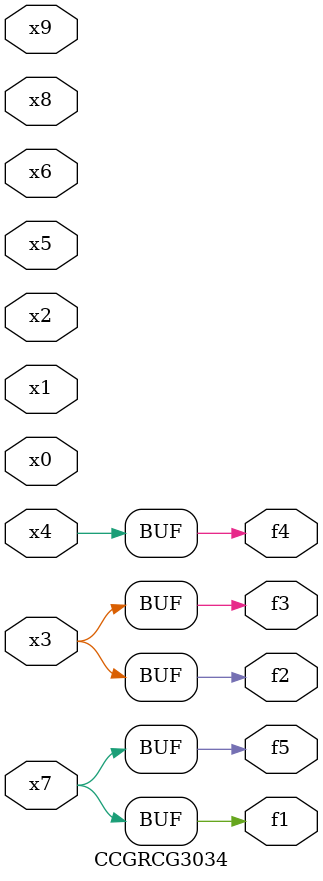
<source format=v>
module CCGRCG3034(
	input x0, x1, x2, x3, x4, x5, x6, x7, x8, x9,
	output f1, f2, f3, f4, f5
);
	assign f1 = x7;
	assign f2 = x3;
	assign f3 = x3;
	assign f4 = x4;
	assign f5 = x7;
endmodule

</source>
